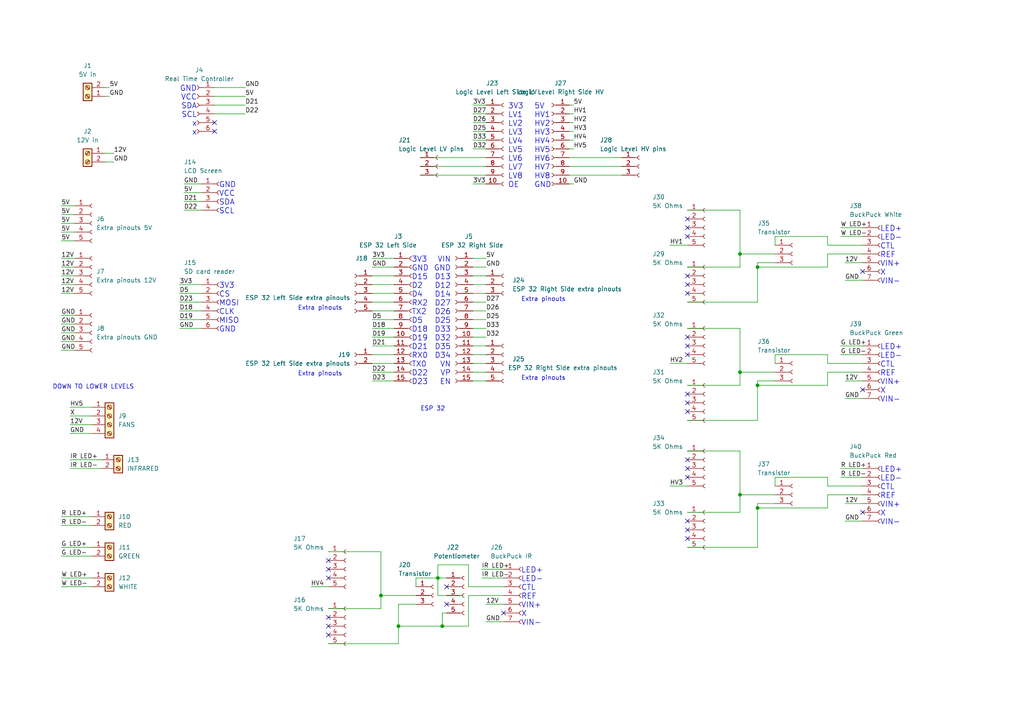
<source format=kicad_sch>
(kicad_sch (version 20211123) (generator eeschema)
  (paper "A4")
  (lib_symbols
    (symbol "Connector:Conn_01x02_Female" (pin_names (offset 1.016) hide)
      (property "Reference" "J" (at 0 2.54 0))
      (property "Value" "Conn_01x02_Female" (at 0 -5.08 0))
      (symbol "Conn_01x02_Female_1_1"
        (arc (start 0 -2.032) (mid -0.508 -2.54) (end 0 -3.048) (stroke (width 0.1524)))
        (polyline (pts (xy -1.27 -2.54) (xy -0.508 -2.54)) (stroke (width 0.1524)))
        (polyline (pts (xy -1.27 0) (xy -0.508 0)) (stroke (width 0.1524)))
        (arc (start 0 0.508) (mid -0.508 0) (end 0 -0.508) (stroke (width 0.1524)))
        (pin passive line (at -5.08 0 0) (length 3.81) (name "Pin_1") (number "1"))
        (pin passive line (at -5.08 -2.54 0) (length 3.81) (name "Pin_2") (number "2"))
      )
    )
    (symbol "Connector:Conn_01x03_Female" (pin_names (offset 1.016) hide)
      (property "Reference" "J" (at 0 5.08 0))
      (property "Value" "Conn_01x03_Female" (at 0 -5.08 0))
      (symbol "Conn_01x03_Female_1_1"
        (arc (start 0 -2.032) (mid -0.508 -2.54) (end 0 -3.048) (stroke (width 0.1524)))
        (polyline (pts (xy -1.27 -2.54) (xy -0.508 -2.54)) (stroke (width 0.1524)))
        (polyline (pts (xy -1.27 0) (xy -0.508 0)) (stroke (width 0.1524)))
        (polyline (pts (xy -1.27 2.54) (xy -0.508 2.54)) (stroke (width 0.1524)))
        (arc (start 0 0.508) (mid -0.508 0) (end 0 -0.508) (stroke (width 0.1524)))
        (arc (start 0 3.048) (mid -0.508 2.54) (end 0 2.032) (stroke (width 0.1524)))
        (pin passive line (at -5.08 2.54 0) (length 3.81) (name "Pin_1") (number "1"))
        (pin passive line (at -5.08 0 0) (length 3.81) (name "Pin_2") (number "2"))
        (pin passive line (at -5.08 -2.54 0) (length 3.81) (name "Pin_3") (number "3"))
      )
    )
    (symbol "Connector:Conn_01x04_Female" (pin_names (offset 1.016) hide)
      (property "Reference" "J" (at 0 5.08 0))
      (property "Value" "Conn_01x04_Female" (at 0 -7.62 0))
      (symbol "Conn_01x04_Female_1_1"
        (arc (start 0 -4.572) (mid -0.508 -5.08) (end 0 -5.588) (stroke (width 0.1524)))
        (arc (start 0 -2.032) (mid -0.508 -2.54) (end 0 -3.048) (stroke (width 0.1524)))
        (polyline (pts (xy -1.27 -5.08) (xy -0.508 -5.08)) (stroke (width 0.1524)))
        (polyline (pts (xy -1.27 -2.54) (xy -0.508 -2.54)) (stroke (width 0.1524)))
        (polyline (pts (xy -1.27 0) (xy -0.508 0)) (stroke (width 0.1524)))
        (polyline (pts (xy -1.27 2.54) (xy -0.508 2.54)) (stroke (width 0.1524)))
        (arc (start 0 0.508) (mid -0.508 0) (end 0 -0.508) (stroke (width 0.1524)))
        (arc (start 0 3.048) (mid -0.508 2.54) (end 0 2.032) (stroke (width 0.1524)))
        (pin passive line (at -5.08 2.54 0) (length 3.81) (name "Pin_1") (number "1"))
        (pin passive line (at -5.08 0 0) (length 3.81) (name "Pin_2") (number "2"))
        (pin passive line (at -5.08 -2.54 0) (length 3.81) (name "Pin_3") (number "3"))
        (pin passive line (at -5.08 -5.08 0) (length 3.81) (name "Pin_4") (number "4"))
      )
    )
    (symbol "Connector:Conn_01x05_Female" (pin_names (offset 1.016) hide)
      (property "Reference" "J" (at 0 7.62 0))
      (property "Value" "Conn_01x05_Female" (at 0 -7.62 0))
      (symbol "Conn_01x05_Female_1_1"
        (arc (start 0 -4.572) (mid -0.508 -5.08) (end 0 -5.588) (stroke (width 0.1524)))
        (arc (start 0 -2.032) (mid -0.508 -2.54) (end 0 -3.048) (stroke (width 0.1524)))
        (polyline (pts (xy -1.27 -5.08) (xy -0.508 -5.08)) (stroke (width 0.1524)))
        (polyline (pts (xy -1.27 -2.54) (xy -0.508 -2.54)) (stroke (width 0.1524)))
        (polyline (pts (xy -1.27 0) (xy -0.508 0)) (stroke (width 0.1524)))
        (polyline (pts (xy -1.27 2.54) (xy -0.508 2.54)) (stroke (width 0.1524)))
        (polyline (pts (xy -1.27 5.08) (xy -0.508 5.08)) (stroke (width 0.1524)))
        (arc (start 0 0.508) (mid -0.508 0) (end 0 -0.508) (stroke (width 0.1524)))
        (arc (start 0 3.048) (mid -0.508 2.54) (end 0 2.032) (stroke (width 0.1524)))
        (arc (start 0 5.588) (mid -0.508 5.08) (end 0 4.572) (stroke (width 0.1524)))
        (pin passive line (at -5.08 5.08 0) (length 3.81) (name "Pin_1") (number "1"))
        (pin passive line (at -5.08 2.54 0) (length 3.81) (name "Pin_2") (number "2"))
        (pin passive line (at -5.08 0 0) (length 3.81) (name "Pin_3") (number "3"))
        (pin passive line (at -5.08 -2.54 0) (length 3.81) (name "Pin_4") (number "4"))
        (pin passive line (at -5.08 -5.08 0) (length 3.81) (name "Pin_5") (number "5"))
      )
    )
    (symbol "Connector:Conn_01x06_Female" (pin_names (offset 1.016) hide)
      (property "Reference" "J" (at 0 7.62 0))
      (property "Value" "Conn_01x06_Female" (at 0 -10.16 0))
      (symbol "Conn_01x06_Female_1_1"
        (arc (start 0 -7.112) (mid -0.508 -7.62) (end 0 -8.128) (stroke (width 0.1524)))
        (arc (start 0 -4.572) (mid -0.508 -5.08) (end 0 -5.588) (stroke (width 0.1524)))
        (arc (start 0 -2.032) (mid -0.508 -2.54) (end 0 -3.048) (stroke (width 0.1524)))
        (polyline (pts (xy -1.27 -7.62) (xy -0.508 -7.62)) (stroke (width 0.1524)))
        (polyline (pts (xy -1.27 -5.08) (xy -0.508 -5.08)) (stroke (width 0.1524)))
        (polyline (pts (xy -1.27 -2.54) (xy -0.508 -2.54)) (stroke (width 0.1524)))
        (polyline (pts (xy -1.27 0) (xy -0.508 0)) (stroke (width 0.1524)))
        (polyline (pts (xy -1.27 2.54) (xy -0.508 2.54)) (stroke (width 0.1524)))
        (polyline (pts (xy -1.27 5.08) (xy -0.508 5.08)) (stroke (width 0.1524)))
        (arc (start 0 0.508) (mid -0.508 0) (end 0 -0.508) (stroke (width 0.1524)))
        (arc (start 0 3.048) (mid -0.508 2.54) (end 0 2.032) (stroke (width 0.1524)))
        (arc (start 0 5.588) (mid -0.508 5.08) (end 0 4.572) (stroke (width 0.1524)))
        (pin passive line (at -5.08 5.08 0) (length 3.81) (name "Pin_1") (number "1"))
        (pin passive line (at -5.08 2.54 0) (length 3.81) (name "Pin_2") (number "2"))
        (pin passive line (at -5.08 0 0) (length 3.81) (name "Pin_3") (number "3"))
        (pin passive line (at -5.08 -2.54 0) (length 3.81) (name "Pin_4") (number "4"))
        (pin passive line (at -5.08 -5.08 0) (length 3.81) (name "Pin_5") (number "5"))
        (pin passive line (at -5.08 -7.62 0) (length 3.81) (name "Pin_6") (number "6"))
      )
    )
    (symbol "Connector:Conn_01x07_Female" (pin_names (offset 1.016) hide)
      (property "Reference" "J" (at 0 10.16 0))
      (property "Value" "Conn_01x07_Female" (at 0 -10.16 0))
      (symbol "Conn_01x07_Female_1_1"
        (arc (start 0 -7.112) (mid -0.508 -7.62) (end 0 -8.128) (stroke (width 0.1524)))
        (arc (start 0 -4.572) (mid -0.508 -5.08) (end 0 -5.588) (stroke (width 0.1524)))
        (arc (start 0 -2.032) (mid -0.508 -2.54) (end 0 -3.048) (stroke (width 0.1524)))
        (polyline (pts (xy -1.27 -7.62) (xy -0.508 -7.62)) (stroke (width 0.1524)))
        (polyline (pts (xy -1.27 -5.08) (xy -0.508 -5.08)) (stroke (width 0.1524)))
        (polyline (pts (xy -1.27 -2.54) (xy -0.508 -2.54)) (stroke (width 0.1524)))
        (polyline (pts (xy -1.27 0) (xy -0.508 0)) (stroke (width 0.1524)))
        (polyline (pts (xy -1.27 2.54) (xy -0.508 2.54)) (stroke (width 0.1524)))
        (polyline (pts (xy -1.27 5.08) (xy -0.508 5.08)) (stroke (width 0.1524)))
        (polyline (pts (xy -1.27 7.62) (xy -0.508 7.62)) (stroke (width 0.1524)))
        (arc (start 0 0.508) (mid -0.508 0) (end 0 -0.508) (stroke (width 0.1524)))
        (arc (start 0 3.048) (mid -0.508 2.54) (end 0 2.032) (stroke (width 0.1524)))
        (arc (start 0 5.588) (mid -0.508 5.08) (end 0 4.572) (stroke (width 0.1524)))
        (arc (start 0 8.128) (mid -0.508 7.62) (end 0 7.112) (stroke (width 0.1524)))
        (pin passive line (at -5.08 7.62 0) (length 3.81) (name "Pin_1") (number "1"))
        (pin passive line (at -5.08 5.08 0) (length 3.81) (name "Pin_2") (number "2"))
        (pin passive line (at -5.08 2.54 0) (length 3.81) (name "Pin_3") (number "3"))
        (pin passive line (at -5.08 0 0) (length 3.81) (name "Pin_4") (number "4"))
        (pin passive line (at -5.08 -2.54 0) (length 3.81) (name "Pin_5") (number "5"))
        (pin passive line (at -5.08 -5.08 0) (length 3.81) (name "Pin_6") (number "6"))
        (pin passive line (at -5.08 -7.62 0) (length 3.81) (name "Pin_7") (number "7"))
      )
    )
    (symbol "Connector:Conn_01x10_Female" (pin_names (offset 1.016) hide)
      (property "Reference" "J" (at 0 12.7 0))
      (property "Value" "Conn_01x10_Female" (at 0 -15.24 0))
      (symbol "Conn_01x10_Female_1_1"
        (arc (start 0 -12.192) (mid -0.508 -12.7) (end 0 -13.208) (stroke (width 0.1524)))
        (arc (start 0 -9.652) (mid -0.508 -10.16) (end 0 -10.668) (stroke (width 0.1524)))
        (arc (start 0 -7.112) (mid -0.508 -7.62) (end 0 -8.128) (stroke (width 0.1524)))
        (arc (start 0 -4.572) (mid -0.508 -5.08) (end 0 -5.588) (stroke (width 0.1524)))
        (arc (start 0 -2.032) (mid -0.508 -2.54) (end 0 -3.048) (stroke (width 0.1524)))
        (polyline (pts (xy -1.27 -12.7) (xy -0.508 -12.7)) (stroke (width 0.1524)))
        (polyline (pts (xy -1.27 -10.16) (xy -0.508 -10.16)) (stroke (width 0.1524)))
        (polyline (pts (xy -1.27 -7.62) (xy -0.508 -7.62)) (stroke (width 0.1524)))
        (polyline (pts (xy -1.27 -5.08) (xy -0.508 -5.08)) (stroke (width 0.1524)))
        (polyline (pts (xy -1.27 -2.54) (xy -0.508 -2.54)) (stroke (width 0.1524)))
        (polyline (pts (xy -1.27 0) (xy -0.508 0)) (stroke (width 0.1524)))
        (polyline (pts (xy -1.27 2.54) (xy -0.508 2.54)) (stroke (width 0.1524)))
        (polyline (pts (xy -1.27 5.08) (xy -0.508 5.08)) (stroke (width 0.1524)))
        (polyline (pts (xy -1.27 7.62) (xy -0.508 7.62)) (stroke (width 0.1524)))
        (polyline (pts (xy -1.27 10.16) (xy -0.508 10.16)) (stroke (width 0.1524)))
        (arc (start 0 0.508) (mid -0.508 0) (end 0 -0.508) (stroke (width 0.1524)))
        (arc (start 0 3.048) (mid -0.508 2.54) (end 0 2.032) (stroke (width 0.1524)))
        (arc (start 0 5.588) (mid -0.508 5.08) (end 0 4.572) (stroke (width 0.1524)))
        (arc (start 0 8.128) (mid -0.508 7.62) (end 0 7.112) (stroke (width 0.1524)))
        (arc (start 0 10.668) (mid -0.508 10.16) (end 0 9.652) (stroke (width 0.1524)))
        (pin passive line (at -5.08 10.16 0) (length 3.81) (name "Pin_1") (number "1"))
        (pin passive line (at -5.08 -12.7 0) (length 3.81) (name "Pin_10") (number "10"))
        (pin passive line (at -5.08 7.62 0) (length 3.81) (name "Pin_2") (number "2"))
        (pin passive line (at -5.08 5.08 0) (length 3.81) (name "Pin_3") (number "3"))
        (pin passive line (at -5.08 2.54 0) (length 3.81) (name "Pin_4") (number "4"))
        (pin passive line (at -5.08 0 0) (length 3.81) (name "Pin_5") (number "5"))
        (pin passive line (at -5.08 -2.54 0) (length 3.81) (name "Pin_6") (number "6"))
        (pin passive line (at -5.08 -5.08 0) (length 3.81) (name "Pin_7") (number "7"))
        (pin passive line (at -5.08 -7.62 0) (length 3.81) (name "Pin_8") (number "8"))
        (pin passive line (at -5.08 -10.16 0) (length 3.81) (name "Pin_9") (number "9"))
      )
    )
    (symbol "Connector:Conn_01x15_Female" (pin_names (offset 1.016) hide)
      (property "Reference" "J" (at 0 20.32 0))
      (property "Value" "Conn_01x15_Female" (at 0 -20.32 0))
      (symbol "Conn_01x15_Female_1_1"
        (arc (start 0 -17.272) (mid -0.508 -17.78) (end 0 -18.288) (stroke (width 0.1524)))
        (arc (start 0 -14.732) (mid -0.508 -15.24) (end 0 -15.748) (stroke (width 0.1524)))
        (arc (start 0 -12.192) (mid -0.508 -12.7) (end 0 -13.208) (stroke (width 0.1524)))
        (arc (start 0 -9.652) (mid -0.508 -10.16) (end 0 -10.668) (stroke (width 0.1524)))
        (arc (start 0 -7.112) (mid -0.508 -7.62) (end 0 -8.128) (stroke (width 0.1524)))
        (arc (start 0 -4.572) (mid -0.508 -5.08) (end 0 -5.588) (stroke (width 0.1524)))
        (arc (start 0 -2.032) (mid -0.508 -2.54) (end 0 -3.048) (stroke (width 0.1524)))
        (polyline (pts (xy -1.27 -17.78) (xy -0.508 -17.78)) (stroke (width 0.1524)))
        (polyline (pts (xy -1.27 -15.24) (xy -0.508 -15.24)) (stroke (width 0.1524)))
        (polyline (pts (xy -1.27 -12.7) (xy -0.508 -12.7)) (stroke (width 0.1524)))
        (polyline (pts (xy -1.27 -10.16) (xy -0.508 -10.16)) (stroke (width 0.1524)))
        (polyline (pts (xy -1.27 -7.62) (xy -0.508 -7.62)) (stroke (width 0.1524)))
        (polyline (pts (xy -1.27 -5.08) (xy -0.508 -5.08)) (stroke (width 0.1524)))
        (polyline (pts (xy -1.27 -2.54) (xy -0.508 -2.54)) (stroke (width 0.1524)))
        (polyline (pts (xy -1.27 0) (xy -0.508 0)) (stroke (width 0.1524)))
        (polyline (pts (xy -1.27 2.54) (xy -0.508 2.54)) (stroke (width 0.1524)))
        (polyline (pts (xy -1.27 5.08) (xy -0.508 5.08)) (stroke (width 0.1524)))
        (polyline (pts (xy -1.27 7.62) (xy -0.508 7.62)) (stroke (width 0.1524)))
        (polyline (pts (xy -1.27 10.16) (xy -0.508 10.16)) (stroke (width 0.1524)))
        (polyline (pts (xy -1.27 12.7) (xy -0.508 12.7)) (stroke (width 0.1524)))
        (polyline (pts (xy -1.27 15.24) (xy -0.508 15.24)) (stroke (width 0.1524)))
        (polyline (pts (xy -1.27 17.78) (xy -0.508 17.78)) (stroke (width 0.1524)))
        (arc (start 0 0.508) (mid -0.508 0) (end 0 -0.508) (stroke (width 0.1524)))
        (arc (start 0 3.048) (mid -0.508 2.54) (end 0 2.032) (stroke (width 0.1524)))
        (arc (start 0 5.588) (mid -0.508 5.08) (end 0 4.572) (stroke (width 0.1524)))
        (arc (start 0 8.128) (mid -0.508 7.62) (end 0 7.112) (stroke (width 0.1524)))
        (arc (start 0 10.668) (mid -0.508 10.16) (end 0 9.652) (stroke (width 0.1524)))
        (arc (start 0 13.208) (mid -0.508 12.7) (end 0 12.192) (stroke (width 0.1524)))
        (arc (start 0 15.748) (mid -0.508 15.24) (end 0 14.732) (stroke (width 0.1524)))
        (arc (start 0 18.288) (mid -0.508 17.78) (end 0 17.272) (stroke (width 0.1524)))
        (pin passive line (at -5.08 17.78 0) (length 3.81) (name "Pin_1") (number "1"))
        (pin passive line (at -5.08 -5.08 0) (length 3.81) (name "Pin_10") (number "10"))
        (pin passive line (at -5.08 -7.62 0) (length 3.81) (name "Pin_11") (number "11"))
        (pin passive line (at -5.08 -10.16 0) (length 3.81) (name "Pin_12") (number "12"))
        (pin passive line (at -5.08 -12.7 0) (length 3.81) (name "Pin_13") (number "13"))
        (pin passive line (at -5.08 -15.24 0) (length 3.81) (name "Pin_14") (number "14"))
        (pin passive line (at -5.08 -17.78 0) (length 3.81) (name "Pin_15") (number "15"))
        (pin passive line (at -5.08 15.24 0) (length 3.81) (name "Pin_2") (number "2"))
        (pin passive line (at -5.08 12.7 0) (length 3.81) (name "Pin_3") (number "3"))
        (pin passive line (at -5.08 10.16 0) (length 3.81) (name "Pin_4") (number "4"))
        (pin passive line (at -5.08 7.62 0) (length 3.81) (name "Pin_5") (number "5"))
        (pin passive line (at -5.08 5.08 0) (length 3.81) (name "Pin_6") (number "6"))
        (pin passive line (at -5.08 2.54 0) (length 3.81) (name "Pin_7") (number "7"))
        (pin passive line (at -5.08 0 0) (length 3.81) (name "Pin_8") (number "8"))
        (pin passive line (at -5.08 -2.54 0) (length 3.81) (name "Pin_9") (number "9"))
      )
    )
    (symbol "Connector:Screw_Terminal_01x02" (pin_names (offset 1.016) hide)
      (property "Reference" "J" (at 0 2.54 0))
      (property "Value" "Screw_Terminal_01x02" (at 0 -5.08 0))
      (symbol "Screw_Terminal_01x02_1_1"
        (rectangle (start -1.27 1.27) (end 1.27 -3.81) (stroke (width 0.254)) (fill (type background)))
        (circle (center 0 -2.54) (radius 0.635) (stroke (width 0.1524)))
        (polyline (pts (xy -0.5334 -2.2098) (xy 0.3302 -3.048)) (stroke (width 0.1524)))
        (polyline (pts (xy -0.5334 0.3302) (xy 0.3302 -0.508)) (stroke (width 0.1524)))
        (polyline (pts (xy -0.3556 -2.032) (xy 0.508 -2.8702)) (stroke (width 0.1524)))
        (polyline (pts (xy -0.3556 0.508) (xy 0.508 -0.3302)) (stroke (width 0.1524)))
        (circle (center 0 0) (radius 0.635) (stroke (width 0.1524)))
        (pin passive line (at -5.08 0 0) (length 3.81) (name "Pin_1") (number "1"))
        (pin passive line (at -5.08 -2.54 0) (length 3.81) (name "Pin_2") (number "2"))
      )
    )
    (symbol "Connector:Screw_Terminal_01x04" (pin_names (offset 1.016) hide)
      (property "Reference" "J" (at 0 5.08 0))
      (property "Value" "Screw_Terminal_01x04" (at 0 -7.62 0))
      (symbol "Screw_Terminal_01x04_1_1"
        (rectangle (start -1.27 3.81) (end 1.27 -6.35) (stroke (width 0.254)) (fill (type background)))
        (circle (center 0 -5.08) (radius 0.635) (stroke (width 0.1524)))
        (circle (center 0 -2.54) (radius 0.635) (stroke (width 0.1524)))
        (polyline (pts (xy -0.5334 -4.7498) (xy 0.3302 -5.588)) (stroke (width 0.1524)))
        (polyline (pts (xy -0.5334 -2.2098) (xy 0.3302 -3.048)) (stroke (width 0.1524)))
        (polyline (pts (xy -0.5334 0.3302) (xy 0.3302 -0.508)) (stroke (width 0.1524)))
        (polyline (pts (xy -0.5334 2.8702) (xy 0.3302 2.032)) (stroke (width 0.1524)))
        (polyline (pts (xy -0.3556 -4.572) (xy 0.508 -5.4102)) (stroke (width 0.1524)))
        (polyline (pts (xy -0.3556 -2.032) (xy 0.508 -2.8702)) (stroke (width 0.1524)))
        (polyline (pts (xy -0.3556 0.508) (xy 0.508 -0.3302)) (stroke (width 0.1524)))
        (polyline (pts (xy -0.3556 3.048) (xy 0.508 2.2098)) (stroke (width 0.1524)))
        (circle (center 0 0) (radius 0.635) (stroke (width 0.1524)))
        (circle (center 0 2.54) (radius 0.635) (stroke (width 0.1524)))
        (pin passive line (at -5.08 2.54 0) (length 3.81) (name "Pin_1") (number "1"))
        (pin passive line (at -5.08 0 0) (length 3.81) (name "Pin_2") (number "2"))
        (pin passive line (at -5.08 -2.54 0) (length 3.81) (name "Pin_3") (number "3"))
        (pin passive line (at -5.08 -5.08 0) (length 3.81) (name "Pin_4") (number "4"))
      )
    )
  )
  (junction (at 219.71 111.76))
  (junction (at 219.71 147.32))
  (junction (at 214.63 107.95))
  (junction (at 110.49 172.72))
  (junction (at 214.63 73.66))
  (junction (at 214.63 143.51))
  (junction (at 127 167.64))
  (junction (at 128.27 181.61))
  (junction (at 219.71 77.47))
  (junction (at 115.57 181.61))
  (no_connect (at 146.05 177.8))
  (no_connect (at 199.39 119.38))
  (no_connect (at 199.39 116.84))
  (no_connect (at 199.39 114.3))
  (no_connect (at 199.39 102.87))
  (no_connect (at 199.39 97.79))
  (no_connect (at 199.39 100.33))
  (no_connect (at 250.19 148.59))
  (no_connect (at 95.25 165.1))
  (no_connect (at 95.25 162.56))
  (no_connect (at 95.25 167.64))
  (no_connect (at 95.25 184.15))
  (no_connect (at 95.25 181.61))
  (no_connect (at 95.25 179.07))
  (no_connect (at 62.23 35.56))
  (no_connect (at 62.23 38.1))
  (no_connect (at 250.19 113.03))
  (no_connect (at 199.39 85.09))
  (no_connect (at 199.39 82.55))
  (no_connect (at 199.39 80.01))
  (no_connect (at 199.39 66.04))
  (no_connect (at 199.39 68.58))
  (no_connect (at 199.39 63.5))
  (no_connect (at 129.54 170.18))
  (no_connect (at 129.54 175.26))
  (no_connect (at 199.39 135.89))
  (no_connect (at 199.39 138.43))
  (no_connect (at 199.39 133.35))
  (no_connect (at 199.39 156.21))
  (no_connect (at 199.39 153.67))
  (no_connect (at 199.39 151.13))
  (no_connect (at 250.19 78.74))
  (wire (pts (xy 128.27 181.61) (xy 135.89 181.61)))
  (wire (pts (xy 137.16 33.02) (xy 140.97 33.02)))
  (wire (pts (xy 120.65 170.18) (xy 120.65 167.64)))
  (wire (pts (xy 214.63 60.96) (xy 214.63 73.66)))
  (wire (pts (xy 243.84 68.58) (xy 250.19 68.58)))
  (wire (pts (xy 95.25 186.69) (xy 115.57 186.69)))
  (wire (pts (xy 137.16 38.1) (xy 140.97 38.1)))
  (wire (pts (xy 137.16 87.63) (xy 140.97 87.63)))
  (wire (pts (xy 17.78 96.52) (xy 21.59 96.52)))
  (wire (pts (xy 219.71 146.05) (xy 219.71 147.32)))
  (wire (pts (xy 62.23 25.4) (xy 71.12 25.4)))
  (wire (pts (xy 52.07 87.63) (xy 58.42 87.63)))
  (wire (pts (xy 137.16 35.56) (xy 140.97 35.56)))
  (wire (pts (xy 165.1 43.18) (xy 166.37 43.18)))
  (wire (pts (xy 199.39 158.75) (xy 219.71 158.75)))
  (wire (pts (xy 121.92 48.26) (xy 140.97 48.26)))
  (wire (pts (xy 199.39 60.96) (xy 214.63 60.96)))
  (wire (pts (xy 240.03 138.43) (xy 240.03 140.97)))
  (wire (pts (xy 30.48 46.99) (xy 33.02 46.99)))
  (wire (pts (xy 135.89 181.61) (xy 135.89 172.72)))
  (wire (pts (xy 240.03 147.32) (xy 240.03 143.51)))
  (wire (pts (xy 17.78 77.47) (xy 21.59 77.47)))
  (wire (pts (xy 137.16 74.93) (xy 140.97 74.93)))
  (wire (pts (xy 62.23 33.02) (xy 71.12 33.02)))
  (wire (pts (xy 52.07 95.25) (xy 58.42 95.25)))
  (wire (pts (xy 165.1 33.02) (xy 166.37 33.02)))
  (wire (pts (xy 245.11 81.28) (xy 250.19 81.28)))
  (wire (pts (xy 224.79 143.51) (xy 214.63 143.51)))
  (wire (pts (xy 137.16 90.17) (xy 140.97 90.17)))
  (wire (pts (xy 95.25 176.53) (xy 110.49 176.53)))
  (wire (pts (xy 115.57 181.61) (xy 128.27 181.61)))
  (wire (pts (xy 20.32 123.19) (xy 26.67 123.19)))
  (wire (pts (xy 137.16 82.55) (xy 140.97 82.55)))
  (wire (pts (xy 224.79 146.05) (xy 219.71 146.05)))
  (wire (pts (xy 107.95 82.55) (xy 114.3 82.55)))
  (wire (pts (xy 165.1 45.72) (xy 180.34 45.72)))
  (wire (pts (xy 107.95 102.87) (xy 114.3 102.87)))
  (wire (pts (xy 219.71 76.2) (xy 219.71 77.47)))
  (wire (pts (xy 199.39 130.81) (xy 214.63 130.81)))
  (wire (pts (xy 165.1 40.64) (xy 166.37 40.64)))
  (wire (pts (xy 245.11 151.13) (xy 250.19 151.13)))
  (wire (pts (xy 243.84 102.87) (xy 250.19 102.87)))
  (wire (pts (xy 137.16 53.34) (xy 140.97 53.34)))
  (wire (pts (xy 243.84 135.89) (xy 250.19 135.89)))
  (wire (pts (xy 194.31 105.41) (xy 199.39 105.41)))
  (wire (pts (xy 214.63 130.81) (xy 214.63 143.51)))
  (wire (pts (xy 127 172.72) (xy 129.54 172.72)))
  (wire (pts (xy 137.16 92.71) (xy 140.97 92.71)))
  (wire (pts (xy 224.79 73.66) (xy 214.63 73.66)))
  (wire (pts (xy 120.65 172.72) (xy 110.49 172.72)))
  (wire (pts (xy 214.63 73.66) (xy 214.63 77.47)))
  (wire (pts (xy 165.1 50.8) (xy 180.34 50.8)))
  (wire (pts (xy 137.16 100.33) (xy 140.97 100.33)))
  (wire (pts (xy 127 163.83) (xy 127 167.64)))
  (wire (pts (xy 199.39 111.76) (xy 214.63 111.76)))
  (wire (pts (xy 53.34 58.42) (xy 58.42 58.42)))
  (wire (pts (xy 107.95 90.17) (xy 114.3 90.17)))
  (wire (pts (xy 128.27 177.8) (xy 129.54 177.8)))
  (wire (pts (xy 135.89 172.72) (xy 146.05 172.72)))
  (wire (pts (xy 52.07 92.71) (xy 58.42 92.71)))
  (wire (pts (xy 224.79 71.12) (xy 224.79 68.58)))
  (wire (pts (xy 219.71 77.47) (xy 219.71 87.63)))
  (wire (pts (xy 17.78 80.01) (xy 21.59 80.01)))
  (wire (pts (xy 17.78 59.69) (xy 21.59 59.69)))
  (wire (pts (xy 62.23 30.48) (xy 71.12 30.48)))
  (wire (pts (xy 30.48 27.94) (xy 31.75 27.94)))
  (wire (pts (xy 17.78 167.64) (xy 26.67 167.64)))
  (wire (pts (xy 245.11 146.05) (xy 250.19 146.05)))
  (wire (pts (xy 17.78 69.85) (xy 21.59 69.85)))
  (wire (pts (xy 107.95 92.71) (xy 114.3 92.71)))
  (wire (pts (xy 17.78 101.6) (xy 21.59 101.6)))
  (wire (pts (xy 17.78 64.77) (xy 21.59 64.77)))
  (wire (pts (xy 214.63 107.95) (xy 214.63 111.76)))
  (wire (pts (xy 30.48 25.4) (xy 31.75 25.4)))
  (wire (pts (xy 107.95 107.95) (xy 114.3 107.95)))
  (wire (pts (xy 219.71 111.76) (xy 219.71 121.92)))
  (wire (pts (xy 17.78 67.31) (xy 21.59 67.31)))
  (wire (pts (xy 107.95 110.49) (xy 114.3 110.49)))
  (wire (pts (xy 107.95 97.79) (xy 114.3 97.79)))
  (wire (pts (xy 240.03 105.41) (xy 250.19 105.41)))
  (wire (pts (xy 199.39 148.59) (xy 214.63 148.59)))
  (wire (pts (xy 17.78 74.93) (xy 21.59 74.93)))
  (wire (pts (xy 127 167.64) (xy 127 172.72)))
  (wire (pts (xy 137.16 107.95) (xy 140.97 107.95)))
  (wire (pts (xy 121.92 45.72) (xy 140.97 45.72)))
  (wire (pts (xy 240.03 102.87) (xy 240.03 105.41)))
  (wire (pts (xy 17.78 158.75) (xy 26.67 158.75)))
  (wire (pts (xy 52.07 90.17) (xy 58.42 90.17)))
  (wire (pts (xy 17.78 170.18) (xy 26.67 170.18)))
  (wire (pts (xy 219.71 77.47) (xy 240.03 77.47)))
  (wire (pts (xy 137.16 80.01) (xy 140.97 80.01)))
  (wire (pts (xy 140.97 180.34) (xy 146.05 180.34)))
  (wire (pts (xy 107.95 85.09) (xy 114.3 85.09)))
  (wire (pts (xy 219.71 110.49) (xy 219.71 111.76)))
  (wire (pts (xy 240.03 111.76) (xy 240.03 107.95)))
  (wire (pts (xy 120.65 167.64) (xy 127 167.64)))
  (wire (pts (xy 137.16 110.49) (xy 140.97 110.49)))
  (wire (pts (xy 17.78 149.86) (xy 26.67 149.86)))
  (wire (pts (xy 224.79 105.41) (xy 224.79 102.87)))
  (wire (pts (xy 219.71 147.32) (xy 219.71 158.75)))
  (wire (pts (xy 219.71 147.32) (xy 240.03 147.32)))
  (wire (pts (xy 199.39 77.47) (xy 214.63 77.47)))
  (wire (pts (xy 139.7 167.64) (xy 146.05 167.64)))
  (wire (pts (xy 194.31 71.12) (xy 199.39 71.12)))
  (wire (pts (xy 219.71 111.76) (xy 240.03 111.76)))
  (wire (pts (xy 243.84 66.04) (xy 250.19 66.04)))
  (wire (pts (xy 53.34 55.88) (xy 58.42 55.88)))
  (wire (pts (xy 20.32 133.35) (xy 29.21 133.35)))
  (wire (pts (xy 240.03 107.95) (xy 250.19 107.95)))
  (wire (pts (xy 62.23 27.94) (xy 71.12 27.94)))
  (wire (pts (xy 165.1 48.26) (xy 180.34 48.26)))
  (wire (pts (xy 224.79 68.58) (xy 240.03 68.58)))
  (wire (pts (xy 240.03 143.51) (xy 250.19 143.51)))
  (wire (pts (xy 137.16 97.79) (xy 140.97 97.79)))
  (wire (pts (xy 20.32 118.11) (xy 26.67 118.11)))
  (wire (pts (xy 194.31 140.97) (xy 199.39 140.97)))
  (wire (pts (xy 20.32 120.65) (xy 26.67 120.65)))
  (wire (pts (xy 219.71 121.92) (xy 199.39 121.92)))
  (wire (pts (xy 224.79 138.43) (xy 240.03 138.43)))
  (wire (pts (xy 121.92 50.8) (xy 140.97 50.8)))
  (wire (pts (xy 240.03 140.97) (xy 250.19 140.97)))
  (wire (pts (xy 17.78 62.23) (xy 21.59 62.23)))
  (wire (pts (xy 17.78 161.29) (xy 26.67 161.29)))
  (wire (pts (xy 137.16 95.25) (xy 140.97 95.25)))
  (wire (pts (xy 52.07 85.09) (xy 58.42 85.09)))
  (wire (pts (xy 224.79 110.49) (xy 219.71 110.49)))
  (wire (pts (xy 95.25 160.02) (xy 110.49 160.02)))
  (wire (pts (xy 137.16 30.48) (xy 140.97 30.48)))
  (wire (pts (xy 17.78 91.44) (xy 21.59 91.44)))
  (wire (pts (xy 20.32 135.89) (xy 29.21 135.89)))
  (wire (pts (xy 53.34 53.34) (xy 58.42 53.34)))
  (wire (pts (xy 20.32 125.73) (xy 26.67 125.73)))
  (wire (pts (xy 214.63 95.25) (xy 214.63 107.95)))
  (wire (pts (xy 137.16 102.87) (xy 140.97 102.87)))
  (wire (pts (xy 128.27 177.8) (xy 128.27 181.61)))
  (wire (pts (xy 139.7 165.1) (xy 146.05 165.1)))
  (wire (pts (xy 127 167.64) (xy 129.54 167.64)))
  (wire (pts (xy 90.17 170.18) (xy 95.25 170.18)))
  (wire (pts (xy 110.49 172.72) (xy 110.49 176.53)))
  (wire (pts (xy 245.11 115.57) (xy 250.19 115.57)))
  (wire (pts (xy 137.16 85.09) (xy 140.97 85.09)))
  (wire (pts (xy 107.95 74.93) (xy 114.3 74.93)))
  (wire (pts (xy 199.39 87.63) (xy 219.71 87.63)))
  (wire (pts (xy 110.49 160.02) (xy 110.49 172.72)))
  (wire (pts (xy 115.57 175.26) (xy 115.57 181.61)))
  (wire (pts (xy 140.97 175.26) (xy 146.05 175.26)))
  (wire (pts (xy 115.57 181.61) (xy 115.57 186.69)))
  (wire (pts (xy 30.48 44.45) (xy 33.02 44.45)))
  (wire (pts (xy 52.07 82.55) (xy 58.42 82.55)))
  (wire (pts (xy 240.03 73.66) (xy 250.19 73.66)))
  (wire (pts (xy 17.78 152.4) (xy 26.67 152.4)))
  (wire (pts (xy 165.1 38.1) (xy 166.37 38.1)))
  (wire (pts (xy 137.16 43.18) (xy 140.97 43.18)))
  (wire (pts (xy 107.95 77.47) (xy 114.3 77.47)))
  (wire (pts (xy 224.79 76.2) (xy 219.71 76.2)))
  (wire (pts (xy 120.65 175.26) (xy 115.57 175.26)))
  (wire (pts (xy 107.95 95.25) (xy 114.3 95.25)))
  (wire (pts (xy 224.79 107.95) (xy 214.63 107.95)))
  (wire (pts (xy 214.63 143.51) (xy 214.63 148.59)))
  (wire (pts (xy 107.95 105.41) (xy 114.3 105.41)))
  (wire (pts (xy 240.03 71.12) (xy 250.19 71.12)))
  (wire (pts (xy 137.16 105.41) (xy 140.97 105.41)))
  (wire (pts (xy 214.63 95.25) (xy 199.39 95.25)))
  (wire (pts (xy 240.03 77.47) (xy 240.03 73.66)))
  (wire (pts (xy 17.78 82.55) (xy 21.59 82.55)))
  (wire (pts (xy 53.34 60.96) (xy 58.42 60.96)))
  (wire (pts (xy 245.11 110.49) (xy 250.19 110.49)))
  (wire (pts (xy 107.95 100.33) (xy 114.3 100.33)))
  (wire (pts (xy 107.95 87.63) (xy 114.3 87.63)))
  (wire (pts (xy 135.89 170.18) (xy 146.05 170.18)))
  (wire (pts (xy 224.79 140.97) (xy 224.79 138.43)))
  (wire (pts (xy 245.11 76.2) (xy 250.19 76.2)))
  (wire (pts (xy 137.16 40.64) (xy 140.97 40.64)))
  (wire (pts (xy 127 163.83) (xy 135.89 163.83)))
  (wire (pts (xy 107.95 80.01) (xy 114.3 80.01)))
  (wire (pts (xy 165.1 30.48) (xy 166.37 30.48)))
  (wire (pts (xy 224.79 102.87) (xy 240.03 102.87)))
  (wire (pts (xy 243.84 100.33) (xy 250.19 100.33)))
  (wire (pts (xy 137.16 77.47) (xy 140.97 77.47)))
  (wire (pts (xy 165.1 53.34) (xy 166.37 53.34)))
  (wire (pts (xy 17.78 85.09) (xy 21.59 85.09)))
  (wire (pts (xy 17.78 99.06) (xy 21.59 99.06)))
  (wire (pts (xy 240.03 68.58) (xy 240.03 71.12)))
  (wire (pts (xy 135.89 163.83) (xy 135.89 170.18)))
  (wire (pts (xy 165.1 35.56) (xy 166.37 35.56)))
  (wire (pts (xy 17.78 93.98) (xy 21.59 93.98)))
  (wire (pts (xy 243.84 138.43) (xy 250.19 138.43)))
  (text "3V3\nCS\nMOSI\nCLK\nMISO\nGND\n" (at 63.5 96.52 0) (effects (font (size 1.575 1.575)) (justify left bottom)))
  (text "DOWN TO LOWER LEVELS\n" (at 15.24 113.03 0) (effects (font (size 1.27 1.27)) (justify left bottom)))
  (text "VIN\nGND\nD13\nD12\nD14\nD27\nD26\nD25\nD33\nD32\nD35\nD34\nVN\nVP\nEN" (at 130.81 111.76 0) (effects (font (size 1.575 1.575)) (justify right bottom)))
  (text "GND\nVCC\nSDA\nSCL\n" (at 63.5 62.23 0) (effects (font (size 1.575 1.575)) (justify left bottom)))
  (text "3V3\nLV1\nLV2\nLV3\nLV4\nLV5\nLV6\nLV7\nLV8\nOE" (at 147.32 54.61 0) (effects (font (size 1.575 1.575)) (justify left bottom)))
  (text "5V\nHV1\nHV2\nHV3\nHV4\nHV5\nHV6\nHV7\nHV8\nGND" (at 154.94 54.61 0) (effects (font (size 1.575 1.575)) (justify left bottom)))
  (text "ESP 32\n" (at 121.92 119.38 0) (effects (font (size 1.27 1.27)) (justify left bottom)))
  (text "3V3\nGND\nD15\nD2\nD4\nRX2\nTX2\nD5\nD18\nD19\nD21\nRX0\nTX0\nD22\nD23" (at 119.38 111.76 0) (effects (font (size 1.575 1.575)) (justify left bottom)))
  (text "Extra pinouts" (at 151.13 110.49 0) (effects (font (size 1.27 1.27)) (justify left bottom)))
  (text "LED+\nLED-\nCTL\nREF\nVIN+\nX\nVIN-" (at 255.27 82.55 0) (effects (font (size 1.575 1.575)) (justify left bottom)))
  (text "Extra pinouts" (at 86.36 90.17 0) (effects (font (size 1.27 1.27)) (justify left bottom)))
  (text "GND\nVCC\nSDA\nSCL\nx\nx" (at 57.15 39.37 180) (effects (font (size 1.575 1.575)) (justify right bottom)))
  (text "LED+\nLED-\nCTL\nREF\nVIN+\nX\nVIN-" (at 151.13 181.61 0) (effects (font (size 1.575 1.575)) (justify left bottom)))
  (text "LED+\nLED-\nCTL\nREF\nVIN+\nX\nVIN-" (at 255.27 116.84 0) (effects (font (size 1.575 1.575)) (justify left bottom)))
  (text "Extra pinouts" (at 86.36 109.22 0) (effects (font (size 1.27 1.27)) (justify left bottom)))
  (text "Extra pinouts" (at 151.13 87.63 0) (effects (font (size 1.27 1.27)) (justify left bottom)))
  (text "LED+\nLED-\nCTL\nREF\nVIN+\nX\nVIN-" (at 255.27 152.4 0) (effects (font (size 1.575 1.575)) (justify left bottom)))
  (label "GND" (at 17.78 91.44 0))
  (label "D26" (at 140.97 90.17 0))
  (label "HV1" (at 166.37 33.02 0))
  (label "D21" (at 53.34 58.42 0))
  (label "D18" (at 107.95 95.25 0))
  (label "5V" (at 53.34 55.88 0))
  (label "12V" (at 17.78 77.47 0))
  (label "GND" (at 17.78 101.6 0))
  (label "HV2" (at 166.37 35.56 0))
  (label "12V" (at 33.02 44.45 0))
  (label "GND" (at 53.34 53.34 0))
  (label "D21" (at 107.95 100.33 0))
  (label "D27" (at 140.97 87.63 0))
  (label "12V" (at 17.78 82.55 0))
  (label "D5" (at 107.95 92.71 0))
  (label "D32" (at 140.97 97.79 0))
  (label "D25" (at 137.16 38.1 0))
  (label "R LED+" (at 17.78 149.86 0))
  (label "GND" (at 17.78 99.06 0))
  (label "R LED-" (at 17.78 152.4 0))
  (label "G LED-" (at 243.84 102.87 0))
  (label "D27" (at 137.16 33.02 0))
  (label "HV5" (at 20.32 118.11 0))
  (label "3V3" (at 137.16 53.34 0))
  (label "GND" (at 17.78 96.52 0))
  (label "12V" (at 17.78 85.09 0))
  (label "W LED-" (at 17.78 170.18 0))
  (label "IR LED-" (at 139.7 167.64 0))
  (label "HV1" (at 194.31 71.12 0))
  (label "D33" (at 137.16 40.64 0))
  (label "GND" (at 140.97 77.47 0))
  (label "W LED-" (at 243.84 68.58 0))
  (label "W LED+" (at 243.84 66.04 0))
  (label "3V3" (at 137.16 30.48 0))
  (label "GND" (at 245.11 151.13 0))
  (label "HV3" (at 194.31 140.97 0))
  (label "5V" (at 17.78 64.77 0))
  (label "3V3" (at 107.95 74.93 0))
  (label "GND" (at 140.97 180.34 0))
  (label "12V" (at 20.32 123.19 0))
  (label "GND" (at 245.11 115.57 0))
  (label "D33" (at 140.97 95.25 0))
  (label "HV4" (at 166.37 40.64 0))
  (label "GND" (at 20.32 125.73 0))
  (label "D26" (at 137.16 35.56 0))
  (label "D21" (at 71.12 30.48 0))
  (label "D32" (at 137.16 43.18 0))
  (label "GND" (at 17.78 93.98 0))
  (label "D19" (at 52.07 92.71 0))
  (label "5V" (at 166.37 30.48 0))
  (label "GND" (at 245.11 81.28 0))
  (label "HV4" (at 90.17 170.18 0))
  (label "IR LED+" (at 139.7 165.1 0))
  (label "5V" (at 17.78 59.69 0))
  (label "G LED+" (at 243.84 100.33 0))
  (label "D22" (at 71.12 33.02 0))
  (label "12V" (at 17.78 80.01 0))
  (label "HV5" (at 166.37 43.18 0))
  (label "D23" (at 52.07 87.63 0))
  (label "HV3" (at 166.37 38.1 0))
  (label "GND" (at 52.07 95.25 0))
  (label "GND" (at 71.12 25.4 0))
  (label "3V3" (at 52.07 82.55 0))
  (label "X" (at 20.32 120.65 0))
  (label "D23" (at 107.95 110.49 0))
  (label "D18" (at 52.07 90.17 0))
  (label "D19" (at 107.95 97.79 0))
  (label "12V" (at 245.11 110.49 0))
  (label "G LED+" (at 17.78 158.75 0))
  (label "5V" (at 17.78 62.23 0))
  (label "12V" (at 245.11 146.05 0))
  (label "D25" (at 140.97 92.71 0))
  (label "5V" (at 17.78 67.31 0))
  (label "12V" (at 17.78 74.93 0))
  (label "5V" (at 71.12 27.94 0))
  (label "IR LED+" (at 20.32 133.35 0))
  (label "GND" (at 166.37 53.34 0))
  (label "D22" (at 53.34 60.96 0))
  (label "D5" (at 52.07 85.09 0))
  (label "W LED+" (at 17.78 167.64 0))
  (label "12V" (at 140.97 175.26 0))
  (label "GND" (at 107.95 77.47 0))
  (label "G LED-" (at 17.78 161.29 0))
  (label "5V" (at 140.97 74.93 0))
  (label "HV2" (at 194.31 105.41 0))
  (label "D22" (at 107.95 107.95 0))
  (label "12V" (at 245.11 76.2 0))
  (label "5V" (at 17.78 69.85 0))
  (label "R LED+" (at 243.84 135.89 0))
  (label "GND" (at 31.75 27.94 0))
  (label "IR LED-" (at 20.32 135.89 0))
  (label "R LED-" (at 243.84 138.43 0))
  (label "5V" (at 31.75 25.4 0))
  (label "GND" (at 33.02 46.99 0))
  (symbol (lib_id "Connector:Screw_Terminal_01x02") (at 31.75 149.86 0) (unit 1)
    (property "Reference" "J10" (at 34.29 149.8599 0) (effects (justify left)))
    (property "Value" "RED" (at 34.29 152.3999 0) (effects (justify left)))
    (property "Footprint" "TerminalBlock:TerminalBlock_bornier-2_P5.08mm" (effects hide))
  )
  (symbol (lib_id "Connector:Conn_01x07_Female") (at 151.13 172.72 0) (unit 1)
    (property "Reference" "J26" (at 142.24 158.75 0) (effects (justify left)))
    (property "Value" "BuckPuck IR" (at 142.24 161.29 0) (effects (justify left)))
    (property "Footprint" "Connector_PinSocket_2.54mm:PinSocket_1x07_P2.54mm_Vertical" (effects hide))
  )
  (symbol (lib_id "Connector:Conn_01x05_Female") (at 146.05 105.41 0) (unit 1)
    (property "Reference" "J25" (at 148.59 104.14 0) (effects (justify left)))
    (property "Value" "ESP 32 Right Side extra pinouts" (at 147.32 106.68 0) (effects (justify left)))
    (property "Footprint" "Connector_PinSocket_2.54mm:PinSocket_1x05_P2.54mm_Vertical" (effects hide))
  )
  (symbol (lib_id "Connector:Conn_01x03_Female") (at 125.73 172.72 0) (unit 1)
    (property "Reference" "J20" (at 115.57 163.83 0) (effects (justify left)))
    (property "Value" "Transistor" (at 115.57 166.37 0) (effects (justify left)))
    (property "Footprint" "Connector_PinSocket_2.54mm:PinSocket_1x03_P2.54mm_Vertical" (effects hide))
  )
  (symbol (lib_id "Connector:Conn_01x05_Female") (at 26.67 64.77 0) (unit 1)
    (property "Reference" "J6" (at 27.94 63.4999 0) (effects (justify left)))
    (property "Value" "Extra pinouts 5V" (at 27.94 66.0399 0) (effects (justify left)))
    (property "Footprint" "Connector_PinSocket_2.54mm:PinSocket_1x05_P2.54mm_Vertical" (effects hide))
  )
  (symbol (lib_id "Connector:Conn_01x03_Female") (at 229.87 73.66 0) (unit 1)
    (property "Reference" "J35" (at 219.71 64.77 0) (effects (justify left)))
    (property "Value" "Transistor" (at 219.71 67.31 0) (effects (justify left)))
    (property "Footprint" "Connector_PinSocket_2.54mm:PinSocket_1x03_P2.54mm_Vertical" (effects hide))
  )
  (symbol (lib_id "Connector:Conn_01x07_Female") (at 255.27 143.51 0) (unit 1)
    (property "Reference" "J40" (at 246.38 129.54 0) (effects (justify left)))
    (property "Value" "BuckPuck Red" (at 246.38 132.08 0) (effects (justify left)))
    (property "Footprint" "Connector_PinSocket_2.54mm:PinSocket_1x07_P2.54mm_Vertical" (effects hide))
  )
  (symbol (lib_id "Connector:Conn_01x05_Female") (at 204.47 116.84 0) (unit 1)
    (property "Reference" "J31" (at 189.23 107.95 0) (effects (justify left)))
    (property "Value" "5K Ohms" (at 189.23 110.49 0) (effects (justify left)))
    (property "Footprint" "Connector_PinSocket_2.54mm:PinSocket_1x05_P2.54mm_Vertical" (effects hide))
  )
  (symbol (lib_id "Connector:Screw_Terminal_01x02") (at 25.4 27.94 180) (unit 1)
    (property "Reference" "J1" (at 25.4 19.05 0))
    (property "Value" "5V in" (at 25.4 21.59 0))
    (property "Footprint" "TerminalBlock:TerminalBlock_bornier-2_P5.08mm" (effects hide))
  )
  (symbol (lib_id "Connector:Conn_01x03_Female") (at 229.87 143.51 0) (unit 1)
    (property "Reference" "J37" (at 219.71 134.62 0) (effects (justify left)))
    (property "Value" "Transistor" (at 219.71 137.16 0) (effects (justify left)))
    (property "Footprint" "Connector_PinSocket_2.54mm:PinSocket_1x03_P2.54mm_Vertical" (effects hide))
  )
  (symbol (lib_id "Connector:Conn_01x07_Female") (at 255.27 73.66 0) (unit 1)
    (property "Reference" "J38" (at 246.38 59.69 0) (effects (justify left)))
    (property "Value" "BuckPuck White" (at 246.38 62.23 0) (effects (justify left)))
    (property "Footprint" "Connector_PinSocket_2.54mm:PinSocket_1x07_P2.54mm_Vertical" (effects hide))
  )
  (symbol (lib_id "Connector:Conn_01x03_Female") (at 229.87 107.95 0) (unit 1)
    (property "Reference" "J36" (at 219.71 99.06 0) (effects (justify left)))
    (property "Value" "Transistor" (at 219.71 101.6 0) (effects (justify left)))
    (property "Footprint" "Connector_PinSocket_2.54mm:PinSocket_1x03_P2.54mm_Vertical" (effects hide))
  )
  (symbol (lib_id "Connector:Screw_Terminal_01x02") (at 31.75 158.75 0) (unit 1)
    (property "Reference" "J11" (at 34.29 158.7499 0) (effects (justify left)))
    (property "Value" "GREEN" (at 34.29 161.2899 0) (effects (justify left)))
    (property "Footprint" "TerminalBlock:TerminalBlock_bornier-2_P5.08mm" (effects hide))
  )
  (symbol (lib_id "Connector:Screw_Terminal_01x02") (at 31.75 167.64 0) (unit 1)
    (property "Reference" "J12" (at 34.29 167.6399 0) (effects (justify left)))
    (property "Value" "WHITE" (at 34.29 170.1799 0) (effects (justify left)))
    (property "Footprint" "TerminalBlock:TerminalBlock_bornier-2_P5.08mm" (effects hide))
  )
  (symbol (lib_id "Connector:Conn_01x05_Female") (at 204.47 82.55 0) (unit 1)
    (property "Reference" "J29" (at 189.23 73.66 0) (effects (justify left)))
    (property "Value" "5K Ohms" (at 189.23 76.2 0) (effects (justify left)))
    (property "Footprint" "Connector_PinSocket_2.54mm:PinSocket_1x05_P2.54mm_Vertical" (effects hide))
  )
  (symbol (lib_id "Connector:Conn_01x05_Female") (at 26.67 80.01 0) (unit 1)
    (property "Reference" "J7" (at 27.94 78.7399 0) (effects (justify left)))
    (property "Value" "Extra pinouts 12V" (at 27.94 81.2799 0) (effects (justify left)))
    (property "Footprint" "Connector_PinSocket_2.54mm:PinSocket_1x05_P2.54mm_Vertical" (effects hide))
  )
  (symbol (lib_id "Connector:Screw_Terminal_01x02") (at 25.4 44.45 0) (mirror y) (unit 1)
    (property "Reference" "J2" (at 25.4 38.1 0))
    (property "Value" "12V in" (at 25.4 40.64 0))
    (property "Footprint" "TerminalBlock:TerminalBlock_bornier-2_P5.08mm" (effects hide))
  )
  (symbol (lib_id "Connector:Conn_01x05_Female") (at 134.62 172.72 0) (unit 1)
    (property "Reference" "J22" (at 129.54 158.75 0) (effects (justify left)))
    (property "Value" "Potentiometer" (at 125.73 161.29 0) (effects (justify left)))
    (property "Footprint" "Connector_PinSocket_2.54mm:PinSocket_1x05_P2.54mm_Vertical" (effects hide))
  )
  (symbol (lib_id "Connector:Conn_01x05_Female") (at 102.87 85.09 0) (mirror y) (unit 1)
    (property "Reference" "J18" (at 106.68 74.93 0) (effects (justify left)))
    (property "Value" "ESP 32 Left Side extra pinouts" (at 101.6 86.36 0) (effects (justify left)))
    (property "Footprint" "Connector_PinSocket_2.54mm:PinSocket_1x05_P2.54mm_Vertical" (effects hide))
  )
  (symbol (lib_id "Connector:Conn_01x05_Female") (at 26.67 96.52 0) (unit 1)
    (property "Reference" "J8" (at 27.94 95.2499 0) (effects (justify left)))
    (property "Value" "Extra pinouts GND" (at 27.94 97.7899 0) (effects (justify left)))
    (property "Footprint" "Connector_PinSocket_2.54mm:PinSocket_1x05_P2.54mm_Vertical" (effects hide))
  )
  (symbol (lib_id "Connector:Conn_01x10_Female") (at 146.05 40.64 0) (unit 1)
    (property "Reference" "J23" (at 140.97 24.13 0) (effects (justify left)))
    (property "Value" "Logic Level Left Side LV" (at 132.08 26.67 0) (effects (justify left)))
    (property "Footprint" "Connector_PinSocket_2.54mm:PinSocket_1x10_P2.54mm_Vertical" (effects hide))
  )
  (symbol (lib_id "Connector:Conn_01x03_Female") (at 127 48.26 0) (unit 1)
    (property "Reference" "J21" (at 115.57 40.64 0) (effects (justify left)))
    (property "Value" "Logic Level LV pins" (at 115.57 43.18 0) (effects (justify left)))
    (property "Footprint" "Connector_PinSocket_2.54mm:PinSocket_1x03_P2.54mm_Vertical" (effects hide))
  )
  (symbol (lib_id "Connector:Conn_01x05_Female") (at 204.47 153.67 0) (unit 1)
    (property "Reference" "J33" (at 189.23 146.05 0) (effects (justify left)))
    (property "Value" "5K Ohms" (at 189.23 148.59 0) (effects (justify left)))
    (property "Footprint" "Connector_PinSocket_2.54mm:PinSocket_1x05_P2.54mm_Vertical" (effects hide))
  )
  (symbol (lib_id "Connector:Conn_01x05_Female") (at 204.47 66.04 0) (unit 1)
    (property "Reference" "J30" (at 189.23 57.15 0) (effects (justify left)))
    (property "Value" "5K Ohms" (at 189.23 59.69 0) (effects (justify left)))
    (property "Footprint" "Connector_PinSocket_2.54mm:PinSocket_1x05_P2.54mm_Vertical" (effects hide))
  )
  (symbol (lib_id "Connector:Conn_01x15_Female") (at 119.38 92.71 0) (unit 1)
    (property "Reference" "J3" (at 114.3 68.58 0) (effects (justify left)))
    (property "Value" "ESP 32 Left Side" (at 104.14 71.12 0) (effects (justify left)))
    (property "Footprint" "Connector_PinSocket_2.54mm:PinSocket_1x15_P2.54mm_Vertical" (effects hide))
  )
  (symbol (lib_id "Connector:Screw_Terminal_01x04") (at 31.75 120.65 0) (unit 1)
    (property "Reference" "J9" (at 34.29 120.6499 0) (effects (justify left)))
    (property "Value" "FANS" (at 34.29 123.1899 0) (effects (justify left)))
    (property "Footprint" "TerminalBlock:TerminalBlock_bornier-4_P5.08mm" (effects hide))
  )
  (symbol (lib_id "Connector:Conn_01x03_Female") (at 185.42 48.26 0) (unit 1)
    (property "Reference" "J28" (at 173.99 40.64 0) (effects (justify left)))
    (property "Value" "Logic Level HV pins" (at 173.99 43.18 0) (effects (justify left)))
    (property "Footprint" "Connector_PinSocket_2.54mm:PinSocket_1x03_P2.54mm_Vertical" (effects hide))
  )
  (symbol (lib_id "Connector:Conn_01x05_Female") (at 100.33 181.61 0) (unit 1)
    (property "Reference" "J16" (at 85.09 173.99 0) (effects (justify left)))
    (property "Value" "5K Ohms" (at 85.09 176.53 0) (effects (justify left)))
    (property "Footprint" "Connector_PinSocket_2.54mm:PinSocket_1x05_P2.54mm_Vertical" (effects hide))
  )
  (symbol (lib_id "Connector:Conn_01x05_Female") (at 204.47 135.89 0) (unit 1)
    (property "Reference" "J34" (at 189.23 127 0) (effects (justify left)))
    (property "Value" "5K Ohms" (at 189.23 129.54 0) (effects (justify left)))
    (property "Footprint" "Connector_PinSocket_2.54mm:PinSocket_1x05_P2.54mm_Vertical" (effects hide))
  )
  (symbol (lib_id "Connector:Conn_01x02_Female") (at 102.87 102.87 0) (mirror y) (unit 1)
    (property "Reference" "J19" (at 101.6 102.87 0) (effects (justify left)))
    (property "Value" "ESP 32 Left Side extra pinouts" (at 101.6 105.41 0) (effects (justify left)))
    (property "Footprint" "Connector_PinSocket_2.54mm:PinSocket_1x02_P2.54mm_Vertical" (effects hide))
  )
  (symbol (lib_id "Connector:Conn_01x06_Female") (at 63.5 87.63 0) (unit 1)
    (property "Reference" "J15" (at 53.34 76.2 0) (effects (justify left)))
    (property "Value" "SD card reader" (at 53.34 78.74 0) (effects (justify left)))
    (property "Footprint" "Connector_PinSocket_2.54mm:PinSocket_1x06_P2.54mm_Vertical" (effects hide))
  )
  (symbol (lib_id "Connector:Conn_01x04_Female") (at 63.5 55.88 0) (unit 1)
    (property "Reference" "J14" (at 53.34 46.99 0) (effects (justify left)))
    (property "Value" "LCD Screen" (at 53.34 49.53 0) (effects (justify left)))
    (property "Footprint" "Connector_PinSocket_2.54mm:PinSocket_1x04_P2.54mm_Vertical" (effects hide))
  )
  (symbol (lib_id "Connector:Conn_01x07_Female") (at 255.27 107.95 0) (unit 1)
    (property "Reference" "J39" (at 246.38 93.98 0) (effects (justify left)))
    (property "Value" "BuckPuck Green" (at 246.38 96.52 0) (effects (justify left)))
    (property "Footprint" "Connector_PinSocket_2.54mm:PinSocket_1x07_P2.54mm_Vertical" (effects hide))
  )
  (symbol (lib_id "Connector:Conn_01x05_Female") (at 204.47 100.33 0) (unit 1)
    (property "Reference" "J32" (at 189.23 91.44 0) (effects (justify left)))
    (property "Value" "5K Ohms" (at 189.23 93.98 0) (effects (justify left)))
    (property "Footprint" "Connector_PinSocket_2.54mm:PinSocket_1x05_P2.54mm_Vertical" (effects hide))
  )
  (symbol (lib_id "Connector:Conn_01x05_Female") (at 100.33 165.1 0) (unit 1)
    (property "Reference" "J17" (at 85.09 156.21 0) (effects (justify left)))
    (property "Value" "5K Ohms" (at 85.09 158.75 0) (effects (justify left)))
    (property "Footprint" "Connector_PinSocket_2.54mm:PinSocket_1x05_P2.54mm_Vertical" (effects hide))
  )
  (symbol (lib_id "Connector:Conn_01x15_Female") (at 132.08 92.71 0) (mirror y) (unit 1)
    (property "Reference" "J5" (at 137.16 68.58 0) (effects (justify left)))
    (property "Value" "ESP 32 Right Side" (at 146.05 71.12 0) (effects (justify left)))
    (property "Footprint" "Connector_PinSocket_2.54mm:PinSocket_1x15_P2.54mm_Vertical" (effects hide))
  )
  (symbol (lib_id "Connector:Conn_01x03_Female") (at 146.05 82.55 0) (unit 1)
    (property "Reference" "J24" (at 148.59 81.28 0) (effects (justify left)))
    (property "Value" "ESP 32 Right Side extra pinouts" (at 148.59 83.82 0) (effects (justify left)))
    (property "Footprint" "Connector_PinSocket_2.54mm:PinSocket_1x03_P2.54mm_Vertical" (effects hide))
  )
  (symbol (lib_id "Connector:Conn_01x10_Female") (at 160.02 40.64 0) (mirror y) (unit 1)
    (property "Reference" "J27" (at 162.56 24.13 0))
    (property "Value" "Logic Level Right Side HV" (at 162.56 26.67 0))
    (property "Footprint" "Connector_PinSocket_2.54mm:PinSocket_1x10_P2.54mm_Vertical" (effects hide))
  )
  (symbol (lib_id "Connector:Screw_Terminal_01x02") (at 34.29 133.35 0) (unit 1)
    (property "Reference" "J13" (at 36.83 133.3499 0) (effects (justify left)))
    (property "Value" "INFRARED" (at 36.83 135.8899 0) (effects (justify left)))
    (property "Footprint" "TerminalBlock:TerminalBlock_bornier-2_P5.08mm" (effects hide))
  )
  (symbol (lib_id "Connector:Conn_01x06_Female") (at 57.15 30.48 0) (mirror y) (unit 1)
    (property "Reference" "J4" (at 57.785 20.32 0))
    (property "Value" "Real Time Controller" (at 57.785 22.86 0))
    (property "Footprint" "Connector_PinSocket_2.54mm:PinSocket_1x06_P2.54mm_Vertical" (effects hide))
  )
)
</source>
